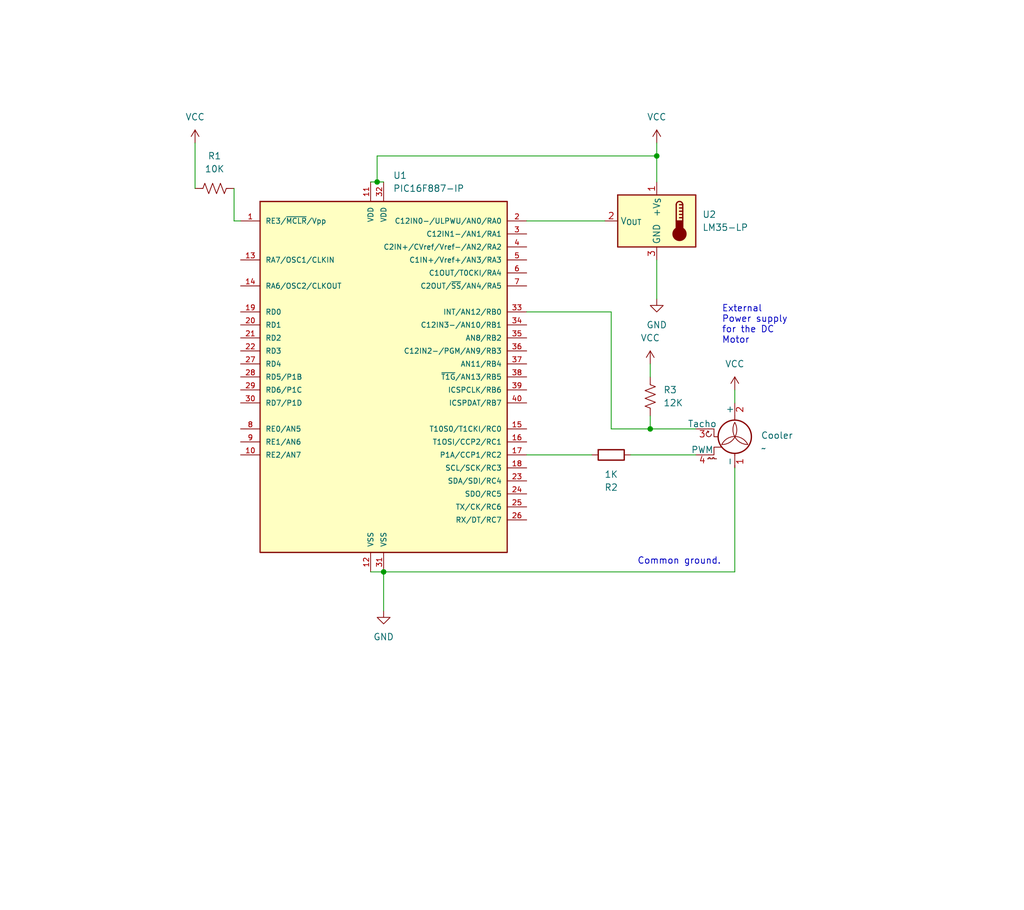
<source format=kicad_sch>
(kicad_sch (version 20230121) (generator eeschema)
  (paper "User" 200 177.8)
  (title_block (title "Cooler Speed Controll with PIC16F887 (PDW and ADC)") (company "Ricardo Lima Caratti"))
  (lib_symbols
    (symbol "Device:R" (pin_numbers hide) (pin_names (offset 0))
      (property "Reference" "R" (at 2.032 0 90))
      (property "Value" "R" (at 0 0 90))
      (symbol "R_0_1"
        (rectangle (start -1.016 -2.54) (end 1.016 2.54) (stroke (width 0.254)))
      )
      (symbol "R_1_1"
        (pin passive line (at 0 3.81 270) (length 1.27) (name "~") (number "1"))
        (pin passive line (at 0 -3.81 90) (length 1.27) (name "~") (number "2"))
      )
    )
    (symbol "Device:R_US" (pin_numbers hide) (pin_names (offset 0))
      (property "Reference" "R" (at 2.54 0 90))
      (property "Value" "R_US" (at -2.54 0 90))
      (symbol "R_US_0_1"
        (polyline (pts (xy 0 -2.286) (xy 0 -2.54)))
        (polyline (pts (xy 0 2.286) (xy 0 2.54)))
        (polyline (pts (xy 0 -0.762) (xy 1.016 -1.143) (xy 0 -1.524) (xy -1.016 -1.905) (xy 0 -2.286)))
        (polyline (pts (xy 0 0.762) (xy 1.016 0.381) (xy 0 0) (xy -1.016 -0.381) (xy 0 -0.762)))
        (polyline (pts (xy 0 2.286) (xy 1.016 1.905) (xy 0 1.524) (xy -1.016 1.143) (xy 0 0.762)))
      )
      (symbol "R_US_1_1"
        (pin passive line (at 0 3.81 270) (length 1.27) (name "~") (number "1"))
        (pin passive line (at 0 -3.81 90) (length 1.27) (name "~") (number "2"))
      )
    )
    (symbol "MCU_Microchip_PIC16:PIC16F887-IP" (pin_names (offset 1.016))
      (property "Reference" "U" (at 6.35 38.1 0))
      (property "Value" "PIC16F887-IP" (at 6.35 35.56 0))
      (symbol "PIC16F887-IP_0_1"
        (rectangle (start -24.13 -34.29) (end 24.13 34.29) (stroke (width 0.254)) (fill (type background)))
      )
      (symbol "PIC16F887-IP_1_1"
        (pin input line (at -27.94 30.48 0) (length 3.81) (name "RE3/~{MCLR}/Vpp") (number "1"))
        (pin bidirectional line (at -27.94 -15.24 0) (length 3.81) (name "RE2/AN7") (number "10"))
        (pin power_in line (at -2.54 38.1 270) (length 3.81) (name "VDD") (number "11"))
        (pin power_in line (at -2.54 -38.1 90) (length 3.81) (name "VSS") (number "12"))
        (pin bidirectional line (at -27.94 22.86 0) (length 3.81) (name "RA7/OSC1/CLKIN") (number "13"))
        (pin bidirectional line (at -27.94 17.78 0) (length 3.81) (name "RA6/OSC2/CLKOUT") (number "14"))
        (pin bidirectional line (at 27.94 -10.16 180) (length 3.81) (name "T10S0/T1CKI/RC0") (number "15"))
        (pin bidirectional line (at 27.94 -12.7 180) (length 3.81) (name "T1OSI/CCP2/RC1") (number "16"))
        (pin bidirectional line (at 27.94 -15.24 180) (length 3.81) (name "P1A/CCP1/RC2") (number "17"))
        (pin bidirectional line (at 27.94 -17.78 180) (length 3.81) (name "SCL/SCK/RC3") (number "18"))
        (pin bidirectional line (at -27.94 12.7 0) (length 3.81) (name "RD0") (number "19"))
        (pin bidirectional line (at 27.94 30.48 180) (length 3.81) (name "C12IN0-/ULPWU/AN0/RA0") (number "2"))
        (pin bidirectional line (at -27.94 10.16 0) (length 3.81) (name "RD1") (number "20"))
        (pin bidirectional line (at -27.94 7.62 0) (length 3.81) (name "RD2") (number "21"))
        (pin bidirectional line (at -27.94 5.08 0) (length 3.81) (name "RD3") (number "22"))
        (pin bidirectional line (at 27.94 -20.32 180) (length 3.81) (name "SDA/SDI/RC4") (number "23"))
        (pin bidirectional line (at 27.94 -22.86 180) (length 3.81) (name "SDO/RC5") (number "24"))
        (pin bidirectional line (at 27.94 -25.4 180) (length 3.81) (name "TX/CK/RC6") (number "25"))
        (pin bidirectional line (at 27.94 -27.94 180) (length 3.81) (name "RX/DT/RC7") (number "26"))
        (pin bidirectional line (at -27.94 2.54 0) (length 3.81) (name "RD4") (number "27"))
        (pin bidirectional line (at -27.94 0 0) (length 3.81) (name "RD5/P1B") (number "28"))
        (pin bidirectional line (at -27.94 -2.54 0) (length 3.81) (name "RD6/P1C") (number "29"))
        (pin bidirectional line (at 27.94 27.94 180) (length 3.81) (name "C12IN1-/AN1/RA1") (number "3"))
        (pin bidirectional line (at -27.94 -5.08 0) (length 3.81) (name "RD7/P1D") (number "30"))
        (pin power_in line (at 0 -38.1 90) (length 3.81) (name "VSS") (number "31"))
        (pin power_in line (at 0 38.1 270) (length 3.81) (name "VDD") (number "32"))
        (pin bidirectional line (at 27.94 12.7 180) (length 3.81) (name "INT/AN12/RB0") (number "33"))
        (pin bidirectional line (at 27.94 10.16 180) (length 3.81) (name "C12IN3-/AN10/RB1") (number "34"))
        (pin bidirectional line (at 27.94 7.62 180) (length 3.81) (name "AN8/RB2") (number "35"))
        (pin bidirectional line (at 27.94 5.08 180) (length 3.81) (name "C12IN2-/PGM/AN9/RB3") (number "36"))
        (pin bidirectional line (at 27.94 2.54 180) (length 3.81) (name "AN11/RB4") (number "37"))
        (pin bidirectional line (at 27.94 0 180) (length 3.81) (name "~{T1G}/AN13/RB5") (number "38"))
        (pin bidirectional line (at 27.94 -2.54 180) (length 3.81) (name "ICSPCLK/RB6") (number "39"))
        (pin bidirectional line (at 27.94 25.4 180) (length 3.81) (name "C2IN+/CVref/Vref-/AN2/RA2") (number "4"))
        (pin bidirectional line (at 27.94 -5.08 180) (length 3.81) (name "ICSPDAT/RB7") (number "40"))
        (pin bidirectional line (at 27.94 22.86 180) (length 3.81) (name "C1IN+/Vref+/AN3/RA3") (number "5"))
        (pin bidirectional line (at 27.94 20.32 180) (length 3.81) (name "C1OUT/T0CKI/RA4") (number "6"))
        (pin bidirectional line (at 27.94 17.78 180) (length 3.81) (name "C2OUT/~{SS}/AN4/RA5") (number "7"))
        (pin bidirectional line (at -27.94 -10.16 0) (length 3.81) (name "RE0/AN5") (number "8"))
        (pin bidirectional line (at -27.94 -12.7 0) (length 3.81) (name "RE1/AN6") (number "9"))
      )
    )
    (symbol "Motor:Fan_4pin" (pin_names (offset 0))
      (property "Reference" "M" (at 2.54 5.08 0))
      (property "Value" "Fan_4pin" (at 2.54 -2.54 0))
      (symbol "Fan_4pin_0_0"
        (arc (start -5.588 1.524) (mid -5.08 1.0182) (end -4.572 1.524))
        (arc (start -5.08 2.032) (mid -5.4392 1.8832) (end -5.588 1.524))
        (polyline (pts (xy -5.08 2.032) (xy -5.334 2.159)))
        (polyline (pts (xy -5.08 2.032) (xy -5.207 1.778)))
        (polyline (pts (xy -4.064 2.54) (xy -4.064 1.016) (xy -3.302 1.016)))
      )
      (symbol "Fan_4pin_0_1"
        (arc (start -2.54 -0.508) (mid 0.0028 0.9121) (end 0 3.81))
        (polyline (pts (xy -4.064 2.54) (xy -5.08 2.54)))
        (polyline (pts (xy 0 -5.08) (xy 0 -4.572)))
        (polyline (pts (xy 0 -2.2352) (xy 0 -2.6416)))
        (polyline (pts (xy 0 4.2672) (xy 0 4.6228)))
        (polyline (pts (xy 0 4.572) (xy 0 5.08)))
        (polyline (pts (xy -2.54 -1.016) (xy -4.064 -1.016) (xy -4.064 -2.54) (xy -5.08 -2.54)))
        (polyline (pts (xy -5.334 -3.302) (xy -5.08 -3.302) (xy -5.08 -3.048) (xy -4.826 -3.048) (xy -4.826 -3.302) (xy -4.318 -3.302) (xy -4.318 -3.048) (xy -4.064 -3.048) (xy -4.064 -3.302) (xy -3.556 -3.302)))
        (circle (center 0 1.016) (radius 3.2512) (stroke (width 0.254)))
        (arc (start 0 3.81) (mid 0.053 0.921) (end 2.54 -0.508))
        (arc (start 2.54 -0.508) (mid 0 1.0618) (end -2.54 -0.508))
      )
      (symbol "Fan_4pin_1_1"
        (pin passive line (at 0 -5.08 90) (length 2.54) (name "-") (number "1"))
        (pin passive line (at 0 7.62 270) (length 2.54) (name "+") (number "2"))
        (pin passive line (at -7.62 2.54 0) (length 2.54) (name "Tacho") (number "3"))
        (pin input line (at -7.62 -2.54 0) (length 2.54) (name "PWM") (number "4"))
      )
    )
    (symbol "Sensor_Temperature:LM35-LP"
      (property "Reference" "U" (at -6.35 6.35 0))
      (property "Value" "LM35-LP" (at 1.27 6.35 0))
      (symbol "LM35-LP_0_1"
        (rectangle (start -7.62 5.08) (end 7.62 -5.08) (stroke (width 0.254)) (fill (type background)))
        (circle (center -4.445 -2.54) (radius 1.27) (stroke (width 0.254)) (fill (type outline)))
        (rectangle (start -3.81 -1.905) (end -5.08 0) (stroke (width 0.254)) (fill (type outline)))
        (arc (start -3.81 3.175) (mid -4.445 3.8073) (end -5.08 3.175) (stroke (width 0.254)))
        (polyline (pts (xy -5.08 0.635) (xy -4.445 0.635)) (stroke (width 0.254)))
        (polyline (pts (xy -5.08 1.27) (xy -4.445 1.27)) (stroke (width 0.254)))
        (polyline (pts (xy -5.08 1.905) (xy -4.445 1.905)) (stroke (width 0.254)))
        (polyline (pts (xy -5.08 2.54) (xy -4.445 2.54)) (stroke (width 0.254)))
        (polyline (pts (xy -5.08 3.175) (xy -5.08 0)) (stroke (width 0.254)))
        (polyline (pts (xy -5.08 3.175) (xy -4.445 3.175)) (stroke (width 0.254)))
        (polyline (pts (xy -3.81 3.175) (xy -3.81 0)) (stroke (width 0.254)))
      )
      (symbol "LM35-LP_1_1"
        (pin power_in line (at 0 7.62 270) (length 2.54) (name "+V_{S}") (number "1"))
        (pin output line (at 10.16 0 180) (length 2.54) (name "V_{OUT}") (number "2"))
        (pin power_in line (at 0 -7.62 90) (length 2.54) (name "GND") (number "3"))
      )
    )
    (symbol "power:GND" (power) (pin_names (offset 0))
      (property "Value" "GND" (at 0 -3.81 0))
      (symbol "GND_0_1"
        (polyline (pts (xy 0 0) (xy 0 -1.27) (xy 1.27 -1.27) (xy 0 -2.54) (xy -1.27 -1.27) (xy 0 -1.27)))
      )
      (symbol "GND_1_1"
        (pin power_in line (at 0 0 270) (length 0) hide (name "GND") (number "1"))
      )
    )
    (symbol "power:VCC" (power) (pin_names (offset 0))
      (property "Value" "VCC" (at 0 3.81 0))
      (symbol "VCC_0_1"
        (polyline (pts (xy -0.762 1.27) (xy 0 2.54)))
        (polyline (pts (xy 0 0) (xy 0 2.54)))
        (polyline (pts (xy 0 2.54) (xy 0.762 1.27)))
      )
      (symbol "VCC_1_1"
        (pin power_in line (at 0 0 90) (length 0) hide (name "VCC") (number "1"))
      )
    )
  )
  (junction (at 74.93 111.76))
  (junction (at 127 83.82))
  (junction (at 73.66 35.56))
  (junction (at 128.27 30.48))
  (wire (pts (xy 38.1 27.94) (xy 38.1 36.83)))
  (wire (pts (xy 128.27 30.48) (xy 128.27 35.56)))
  (wire (pts (xy 72.39 35.56) (xy 73.66 35.56)))
  (wire (pts (xy 127 83.82) (xy 135.89 83.82)))
  (wire (pts (xy 102.87 88.9) (xy 115.57 88.9)))
  (wire (pts (xy 73.66 30.48) (xy 128.27 30.48)))
  (wire (pts (xy 119.38 83.82) (xy 127 83.82)))
  (wire (pts (xy 143.51 76.2) (xy 143.51 78.74)))
  (wire (pts (xy 128.27 50.8) (xy 128.27 58.42)))
  (wire (pts (xy 74.93 111.76) (xy 74.93 119.38)))
  (wire (pts (xy 74.93 111.76) (xy 143.51 111.76)))
  (wire (pts (xy 73.66 35.56) (xy 74.93 35.56)))
  (wire (pts (xy 119.38 60.96) (xy 119.38 83.82)))
  (wire (pts (xy 102.87 43.18) (xy 118.11 43.18)))
  (wire (pts (xy 123.19 88.9) (xy 135.89 88.9)))
  (wire (pts (xy 128.27 27.94) (xy 128.27 30.48)))
  (wire (pts (xy 102.87 60.96) (xy 119.38 60.96)))
  (wire (pts (xy 72.39 111.76) (xy 74.93 111.76)))
  (wire (pts (xy 127 71.12) (xy 127 73.66)))
  (wire (pts (xy 143.51 91.44) (xy 143.51 111.76)))
  (wire (pts (xy 73.66 35.56) (xy 73.66 30.48)))
  (wire (pts (xy 45.72 36.83) (xy 45.72 43.18)))
  (wire (pts (xy 127 81.28) (xy 127 83.82)))
  (wire (pts (xy 45.72 43.18) (xy 46.99 43.18)))
  (text "Common ground." (at 124.46 110.49 0) (effects (font (size 1.27 1.27)) (justify left bottom)))
  (text "External\nPower supply\nfor the DC \nMotor" (at 140.97 67.31 0) (effects (font (size 1.27 1.27)) (justify left bottom)))
  (symbol (lib_id "Sensor_Temperature:LM35-LP") (at 128.27 43.18 0) (mirror y) (unit 1)
    (property "Reference" "U2" (at 137.16 41.91 0) (effects (justify right)))
    (property "Value" "LM35-LP" (at 137.16 44.45 0) (effects (justify right)))
    (property "Footprint" "Package_TO_SOT_THT:TO-92_Inline" (effects hide))
    (property "Datasheet" "http://www.ti.com/lit/ds/symlink/lm35.pdf" (effects hide))
  )
  (symbol (lib_id "power:VCC") (at 143.51 76.2 0) (unit 1)
    (property "Reference" "#12V02" (effects hide))
    (property "Value" "VCC" (at 143.51 71.12 0))
  )
  (symbol (lib_id "Device:R_US") (at 41.91 36.83 90) (unit 1)
    (property "Reference" "R1" (at 41.91 30.48 90))
    (property "Value" "10K" (at 41.91 33.02 90))
  )
  (symbol (lib_id "power:GND") (at 128.27 58.42 0) (unit 1)
    (property "Reference" "#PWR01" (effects hide))
    (property "Value" "GND" (at 128.27 63.5 0))
  )
  (symbol (lib_id "MCU_Microchip_PIC16:PIC16F887-IP") (at 74.93 73.66 0) (unit 1)
    (property "Reference" "U1" (at 76.7589 34.29 0) (effects (justify left)))
    (property "Value" "PIC16F887-IP" (at 76.7589 36.83 0) (effects (justify left)))
    (property "Datasheet" "http://ww1.microchip.com/downloads/en/DeviceDoc/41291D.pdf" (effects hide))
  )
  (symbol (lib_id "power:GND") (at 74.93 119.38 0) (unit 1)
    (property "Reference" "#PWR03" (effects hide))
    (property "Value" "GND" (at 74.93 124.46 0))
  )
  (symbol (lib_id "power:VCC") (at 128.27 27.94 0) (unit 1)
    (property "Reference" "#12V03" (effects hide))
    (property "Value" "VCC" (at 128.27 22.86 0))
  )
  (symbol (lib_id "Device:R") (at 119.38 88.9 90) (unit 1)
    (property "Reference" "R2" (at 119.38 95.25 90))
    (property "Value" "1K" (at 119.38 92.71 90))
  )
  (symbol (lib_id "Device:R_US") (at 127 77.47 180) (unit 1)
    (property "Reference" "R3" (at 129.54 76.2 0) (effects (justify right)))
    (property "Value" "12K" (at 129.54 78.74 0) (effects (justify right)))
  )
  (symbol (lib_id "power:VCC") (at 38.1 27.94 0) (unit 1)
    (property "Reference" "#12V01" (effects hide))
    (property "Value" "VCC" (at 38.1 22.86 0))
  )
  (symbol (lib_id "power:VCC") (at 127 71.12 0) (unit 1)
    (property "Reference" "#12V04" (effects hide))
    (property "Value" "VCC" (at 127 66.04 0))
  )
  (symbol (lib_id "Motor:Fan_4pin") (at 143.51 86.36 0) (unit 1)
    (property "Reference" "Cooler" (at 148.59 85.09 0) (effects (justify left)))
    (property "Value" "~" (at 148.59 87.63 0) (effects (justify left)))
    (property "Datasheet" "http://www.formfactors.org/developer%5Cspecs%5Crev1_2_public.pdf" (effects hide))
  )
)
</source>
